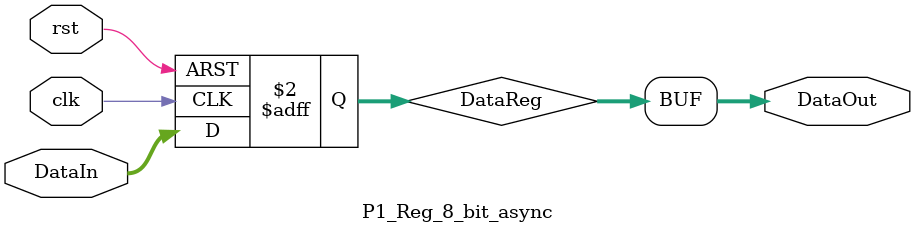
<source format=v>
`timescale 1ns / 100ps

module P1_Reg_8_bit_async (DataIn, DataOut, rst, clk);

    input [7:0] DataIn;
    output [7:0] DataOut;
    input rst;
    input clk;
    reg [7:0] DataReg;
   
    always @(posedge clk or posedge rst)
  	    if(rst)
            DataReg <= 8'b0;
        else
            DataReg <= DataIn;
    assign DataOut = DataReg;
endmodule
</source>
